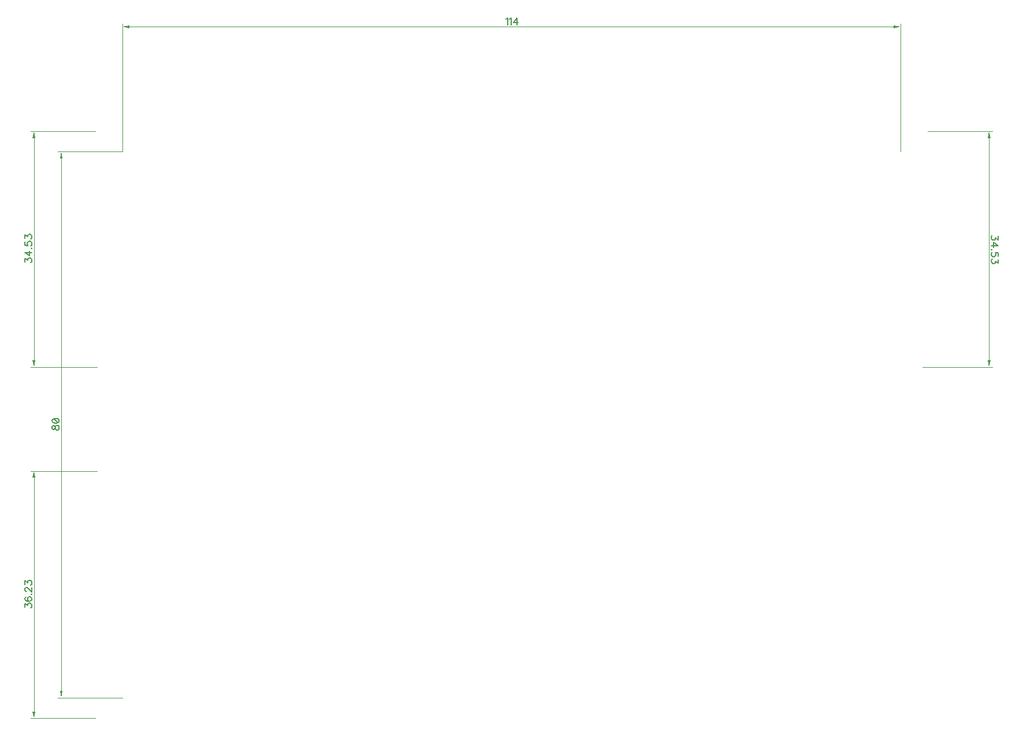
<source format=gbr>
G04 DipTrace 3.3.1.3*
G04 TopDimension.gbr*
%MOIN*%
G04 #@! TF.FileFunction,Drawing,Top*
G04 #@! TF.Part,Single*
%ADD13C,0.001378*%
%ADD70C,0.006176*%
%FSLAX26Y26*%
G04*
G70*
G90*
G75*
G01*
G04 TopDimension*
%LPD*%
X551496Y3661732D2*
D13*
Y4400315D1*
X5039685Y3661732D2*
Y4400315D1*
X2795591Y4380630D2*
X590866D1*
G36*
X551496D2*
X590866Y4388504D1*
Y4372756D1*
X551496Y4380630D1*
G37*
X2795591D2*
D13*
X5000315D1*
G36*
X5039685D2*
X5000315Y4372756D1*
Y4388504D1*
X5039685Y4380630D1*
G37*
X551496Y3661732D2*
D13*
X177480D1*
X551496Y512126D2*
X177480D1*
X197165Y2086929D2*
Y3622362D1*
G36*
Y3661732D2*
X205039Y3622362D1*
X189291D1*
X197165Y3661732D1*
G37*
Y2086929D2*
D13*
Y551496D1*
G36*
Y512126D2*
X189291Y551496D1*
X205039D1*
X197165Y512126D1*
G37*
X394016Y3779843D2*
D13*
X20000D1*
X403071Y2420366D2*
X20000D1*
X39685Y3100104D2*
Y3740472D1*
G36*
Y3779843D2*
X47559Y3740472D1*
X31811D1*
X39685Y3779843D1*
G37*
Y3100104D2*
D13*
Y2459736D1*
G36*
Y2420366D2*
X31811Y2459736D1*
X47559D1*
X39685Y2420366D1*
G37*
X394016Y394016D2*
D13*
X20000D1*
X403071Y1820421D2*
X20000D1*
X39685Y1107219D2*
Y433386D1*
G36*
Y394016D2*
X31811Y433386D1*
X47559D1*
X39685Y394016D1*
G37*
Y1107219D2*
D13*
Y1781051D1*
G36*
Y1820421D2*
X47559Y1781051D1*
X31811D1*
X39685Y1820421D1*
G37*
X5197165Y3779843D2*
D13*
X5571181D1*
X5168427Y2420366D2*
X5571181D1*
X5551496Y3100104D2*
Y3740472D1*
G36*
Y3779843D2*
X5559370Y3740472D1*
X5543622D1*
X5551496Y3779843D1*
G37*
Y3100104D2*
D13*
Y2459736D1*
G36*
Y2420366D2*
X5543622Y2459736D1*
X5559370D1*
X5551496Y2420366D1*
G37*
X2762384Y4425339D2*
D70*
X2766231Y4427285D1*
X2771979Y4432988D1*
Y4392841D1*
X2784330Y4425339D2*
X2788177Y4427285D1*
X2793925Y4432988D1*
Y4392841D1*
X2825422D2*
Y4432988D1*
X2806277Y4406238D1*
X2834973D1*
X144807Y2066619D2*
X146708Y2060915D1*
X150511Y2058970D1*
X154357D1*
X158160Y2060915D1*
X160105Y2064718D1*
X162007Y2072367D1*
X163908Y2078115D1*
X167755Y2081918D1*
X171557Y2083819D1*
X177305D1*
X181108Y2081918D1*
X183053Y2080017D1*
X184955Y2074269D1*
Y2066619D1*
X183053Y2060915D1*
X181108Y2058970D1*
X177305Y2057069D1*
X171557D1*
X167755Y2058970D1*
X163908Y2062817D1*
X162007Y2068521D1*
X160105Y2076170D1*
X158160Y2080017D1*
X154357Y2081918D1*
X150511D1*
X146708Y2080017D1*
X144807Y2074269D1*
Y2066619D1*
Y2107667D2*
X146708Y2101919D1*
X152456Y2098072D1*
X162007Y2096171D1*
X167755D1*
X177305Y2098072D1*
X183053Y2101919D1*
X184955Y2107667D1*
Y2111469D1*
X183053Y2117217D1*
X177305Y2121020D1*
X167755Y2122965D1*
X162007D1*
X152456Y2121020D1*
X146708Y2117217D1*
X144807Y2111469D1*
Y2107667D1*
X152456Y2121020D2*
X177305Y2098072D1*
X-12674Y3025873D2*
Y3046875D1*
X2625Y3035423D1*
Y3041171D1*
X4526Y3044974D1*
X6428Y3046875D1*
X12176Y3048821D1*
X15978D1*
X21726Y3046875D1*
X25573Y3043073D1*
X27474Y3037325D1*
Y3031577D1*
X25573Y3025873D1*
X23628Y3023972D1*
X19825Y3022026D1*
X27474Y3080317D2*
X-12674D1*
X14077Y3061172D1*
Y3089868D1*
X23628Y3104121D2*
X25573Y3102219D1*
X27474Y3104121D1*
X25573Y3106066D1*
X23628Y3104121D1*
X-12674Y3141366D2*
Y3122264D1*
X4526Y3120363D1*
X2625Y3122264D1*
X680Y3128012D1*
Y3133716D1*
X2625Y3139464D1*
X6428Y3143311D1*
X12176Y3145212D1*
X15978D1*
X21726Y3143311D1*
X25573Y3139464D1*
X27474Y3133716D1*
Y3128012D1*
X25573Y3122264D1*
X23628Y3120363D1*
X19825Y3118418D1*
X-12674Y3161410D2*
Y3182413D1*
X2625Y3170961D1*
Y3176709D1*
X4526Y3180512D1*
X6428Y3182413D1*
X12176Y3184358D1*
X15978D1*
X21726Y3182413D1*
X25573Y3178610D1*
X27474Y3172862D1*
Y3167114D1*
X25573Y3161410D1*
X23628Y3159509D1*
X19825Y3157564D1*
X-12674Y1034910D2*
Y1055913D1*
X2625Y1044461D1*
Y1050209D1*
X4526Y1054011D1*
X6428Y1055913D1*
X12176Y1057858D1*
X15978D1*
X21726Y1055913D1*
X25573Y1052110D1*
X27474Y1046362D1*
Y1040614D1*
X25573Y1034910D1*
X23628Y1033009D1*
X19825Y1031064D1*
X-6970Y1093158D2*
X-10772Y1091256D1*
X-12674Y1085508D1*
Y1081706D1*
X-10772Y1075958D1*
X-5024Y1072111D1*
X4526Y1070210D1*
X14077D1*
X21726Y1072111D1*
X25573Y1075958D1*
X27474Y1081706D1*
Y1083607D1*
X25573Y1089311D1*
X21726Y1093158D1*
X15978Y1095059D1*
X14077D1*
X8329Y1093158D1*
X4526Y1089311D1*
X2625Y1083607D1*
Y1081706D1*
X4526Y1075958D1*
X8329Y1072111D1*
X14077Y1070210D1*
X23628Y1109312D2*
X25573Y1107410D1*
X27474Y1109312D1*
X25573Y1111257D1*
X23628Y1109312D1*
X-3123Y1125554D2*
X-5024D1*
X-8871Y1127455D1*
X-10772Y1129356D1*
X-12674Y1133203D1*
Y1140852D1*
X-10772Y1144655D1*
X-8871Y1146556D1*
X-5024Y1148502D1*
X-1222D1*
X2625Y1146556D1*
X8329Y1142754D1*
X27474Y1123608D1*
Y1150403D1*
X-12674Y1166601D2*
Y1187604D1*
X2625Y1176152D1*
Y1181900D1*
X4526Y1185702D1*
X6428Y1187604D1*
X12176Y1189549D1*
X15978D1*
X21726Y1187604D1*
X25573Y1183801D1*
X27474Y1178053D1*
Y1172305D1*
X25573Y1166601D1*
X23628Y1164700D1*
X19825Y1162754D1*
X5603855Y3174336D2*
Y3153333D1*
X5588556Y3164785D1*
Y3159037D1*
X5586655Y3155235D1*
X5584753Y3153333D1*
X5579005Y3151388D1*
X5575203D1*
X5569455Y3153333D1*
X5565608Y3157136D1*
X5563707Y3162884D1*
Y3168632D1*
X5565608Y3174336D1*
X5567554Y3176237D1*
X5571356Y3178183D1*
X5563707Y3119891D2*
X5603855D1*
X5577104Y3139037D1*
Y3110341D1*
X5567554Y3096088D2*
X5565608Y3097989D1*
X5563707Y3096088D1*
X5565608Y3094142D1*
X5567554Y3096088D1*
X5603855Y3058843D2*
Y3077944D1*
X5586655Y3079846D1*
X5588556Y3077944D1*
X5590501Y3072196D1*
Y3066492D1*
X5588556Y3060744D1*
X5584753Y3056898D1*
X5579005Y3054996D1*
X5575203D1*
X5569455Y3056898D1*
X5565608Y3060744D1*
X5563707Y3066492D1*
Y3072196D1*
X5565608Y3077944D1*
X5567554Y3079846D1*
X5571356Y3081791D1*
X5603855Y3038798D2*
Y3017796D1*
X5588556Y3029248D1*
Y3023500D1*
X5586655Y3019697D1*
X5584753Y3017796D1*
X5579005Y3015850D1*
X5575203D1*
X5569455Y3017796D1*
X5565608Y3021598D1*
X5563707Y3027346D1*
Y3033094D1*
X5565608Y3038798D1*
X5567554Y3040700D1*
X5571356Y3042645D1*
M02*

</source>
